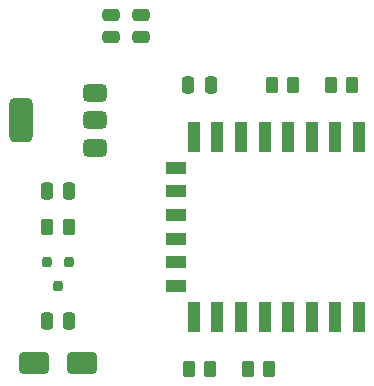
<source format=gtp>
G04 Layer: TopPasteMaskLayer*
G04 EasyEDA Pro v2.2.27.1, 2024-09-15 10:59:50*
G04 Gerber Generator version 0.3*
G04 Scale: 100 percent, Rotated: No, Reflected: No*
G04 Dimensions in millimeters*
G04 Leading zeros omitted, absolute positions, 3 integers and 5 decimals*
%TF.GenerationSoftware,KiCad,Pcbnew,8.0.7*%
%TF.CreationDate,2025-01-03T22:16:07+08:00*%
%TF.ProjectId,remote_fingers_ESP8266,72656d6f-7465-45f6-9669-6e676572735f,rev?*%
%TF.SameCoordinates,Original*%
%TF.FileFunction,Paste,Top*%
%TF.FilePolarity,Positive*%
%FSLAX46Y46*%
G04 Gerber Fmt 4.6, Leading zero omitted, Abs format (unit mm)*
G04 Created by KiCad (PCBNEW 8.0.7) date 2025-01-03 22:16:07*
%MOMM*%
%LPD*%
G01*
G04 APERTURE LIST*
G04 Aperture macros list*
%AMRoundRect*
0 Rectangle with rounded corners*
0 $1 Rounding radius*
0 $2 $3 $4 $5 $6 $7 $8 $9 X,Y pos of 4 corners*
0 Add a 4 corners polygon primitive as box body*
4,1,4,$2,$3,$4,$5,$6,$7,$8,$9,$2,$3,0*
0 Add four circle primitives for the rounded corners*
1,1,$1+$1,$2,$3*
1,1,$1+$1,$4,$5*
1,1,$1+$1,$6,$7*
1,1,$1+$1,$8,$9*
0 Add four rect primitives between the rounded corners*
20,1,$1+$1,$2,$3,$4,$5,0*
20,1,$1+$1,$4,$5,$6,$7,0*
20,1,$1+$1,$6,$7,$8,$9,0*
20,1,$1+$1,$8,$9,$2,$3,0*%
G04 Aperture macros list end*
%ADD10R,1.000000X2.500000*%
%ADD11R,1.800000X1.000000*%
%ADD12RoundRect,0.375000X0.625000X0.375000X-0.625000X0.375000X-0.625000X-0.375000X0.625000X-0.375000X0*%
%ADD13RoundRect,0.500000X0.500000X1.400000X-0.500000X1.400000X-0.500000X-1.400000X0.500000X-1.400000X0*%
%ADD14RoundRect,0.250000X0.262500X0.450000X-0.262500X0.450000X-0.262500X-0.450000X0.262500X-0.450000X0*%
%ADD15RoundRect,0.250000X-0.262500X-0.450000X0.262500X-0.450000X0.262500X0.450000X-0.262500X0.450000X0*%
%ADD16RoundRect,0.200000X-0.200000X0.250000X-0.200000X-0.250000X0.200000X-0.250000X0.200000X0.250000X0*%
%ADD17RoundRect,0.250000X-1.000000X-0.650000X1.000000X-0.650000X1.000000X0.650000X-1.000000X0.650000X0*%
%ADD18RoundRect,0.250000X0.250000X0.475000X-0.250000X0.475000X-0.250000X-0.475000X0.250000X-0.475000X0*%
%ADD19RoundRect,0.250000X-0.475000X0.250000X-0.475000X-0.250000X0.475000X-0.250000X0.475000X0.250000X0*%
G04 APERTURE END LIST*
D10*
%TO.C,U2*%
X103500000Y-92400000D03*
X101500000Y-92400000D03*
X99500000Y-92400000D03*
X97500000Y-92400000D03*
X95500000Y-92400000D03*
X93500000Y-92400000D03*
X91500000Y-92400000D03*
X89500000Y-92400000D03*
D11*
X88000000Y-95000000D03*
X88000000Y-97000000D03*
X88000000Y-99000000D03*
X88000000Y-101000000D03*
X88000000Y-103000000D03*
X88000000Y-105000000D03*
D10*
X89500000Y-107600000D03*
X91500000Y-107600000D03*
X93500000Y-107600000D03*
X95500000Y-107600000D03*
X97500000Y-107600000D03*
X99500000Y-107600000D03*
X101500000Y-107600000D03*
X103500000Y-107600000D03*
%TD*%
D12*
%TO.C,U1*%
X81150000Y-93300000D03*
X81150000Y-91000000D03*
D13*
X74850000Y-91000000D03*
D12*
X81150000Y-88700000D03*
%TD*%
D14*
%TO.C,R6*%
X89087500Y-112000000D03*
X90912500Y-112000000D03*
%TD*%
D15*
%TO.C,R5*%
X77087500Y-100000000D03*
X78912500Y-100000000D03*
%TD*%
D14*
%TO.C,R4*%
X97912500Y-88000000D03*
X96087500Y-88000000D03*
%TD*%
%TO.C,R3*%
X95912500Y-112000000D03*
X94087500Y-112000000D03*
%TD*%
D15*
%TO.C,R2*%
X101087500Y-88000000D03*
X102912500Y-88000000D03*
%TD*%
D16*
%TO.C,Q1*%
X78950000Y-103000000D03*
X77050000Y-103000000D03*
X78000000Y-105000000D03*
%TD*%
D17*
%TO.C,D1*%
X80000000Y-111500000D03*
X76000000Y-111500000D03*
%TD*%
D18*
%TO.C,C7*%
X78950000Y-108000000D03*
X77050000Y-108000000D03*
%TD*%
%TO.C,C6*%
X90950000Y-88000000D03*
X89050000Y-88000000D03*
%TD*%
%TO.C,C3*%
X77050000Y-97000000D03*
X78950000Y-97000000D03*
%TD*%
D19*
%TO.C,C2*%
X82500000Y-82050000D03*
X82500000Y-83950000D03*
%TD*%
%TO.C,C1*%
X85000000Y-83950000D03*
X85000000Y-82050000D03*
%TD*%
M02*

</source>
